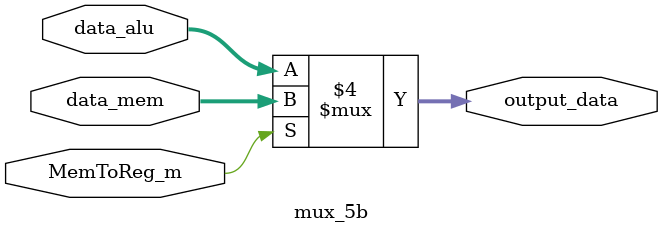
<source format=v>
module mux_5b(
    input [4:0] data_mem,
    input [4:0] data_alu,
    input MemToReg_m,
    output reg [4:0] output_data
);

always @(*)
begin
    if (MemToReg_m == 1)
        output_data = data_mem;
    else
        output_data = data_alu;
end

endmodule


</source>
